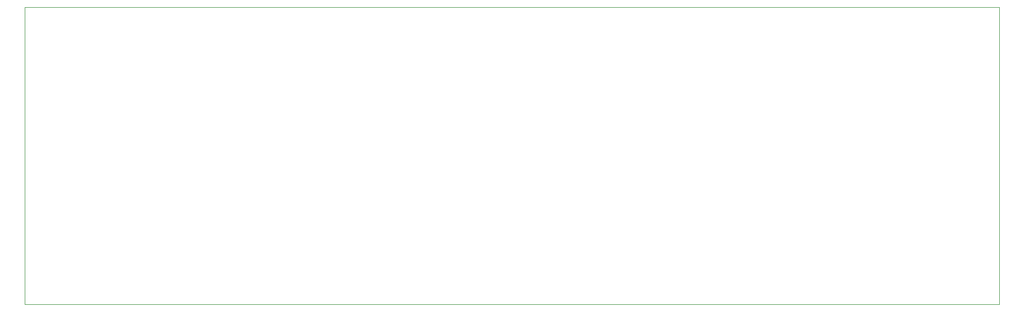
<source format=gm1>
G04 #@! TF.GenerationSoftware,KiCad,Pcbnew,7.0.9-7.0.9~ubuntu20.04.1*
G04 #@! TF.CreationDate,2023-12-17T17:55:53+01:00*
G04 #@! TF.ProjectId,PL_switch,504c5f73-7769-4746-9368-2e6b69636164,1.0*
G04 #@! TF.SameCoordinates,Original*
G04 #@! TF.FileFunction,Profile,NP*
%FSLAX46Y46*%
G04 Gerber Fmt 4.6, Leading zero omitted, Abs format (unit mm)*
G04 Created by KiCad (PCBNEW 7.0.9-7.0.9~ubuntu20.04.1) date 2023-12-17 17:55:53*
%MOMM*%
%LPD*%
G01*
G04 APERTURE LIST*
G04 #@! TA.AperFunction,Profile*
%ADD10C,0.100000*%
G04 #@! TD*
G04 APERTURE END LIST*
D10*
X59055000Y-73660000D02*
X219075000Y-73660000D01*
X219075000Y-122555000D01*
X59055000Y-122555000D01*
X59055000Y-73660000D01*
M02*

</source>
